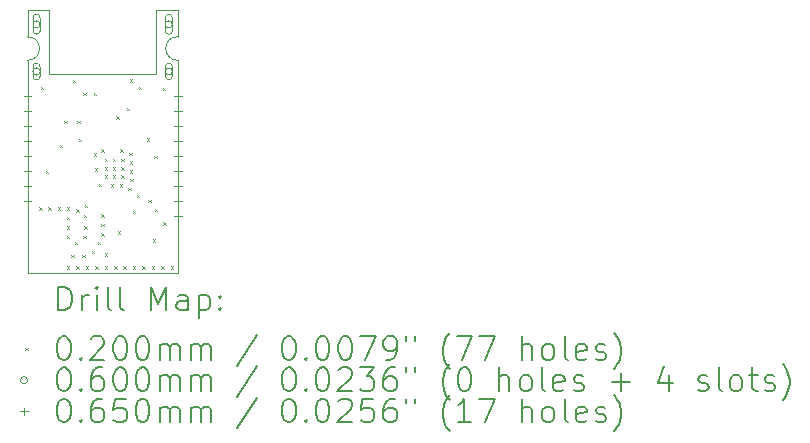
<source format=gbr>
%TF.GenerationSoftware,KiCad,Pcbnew,8.0.4-8.0.4-0~ubuntu24.04.1*%
%TF.CreationDate,2024-08-16T16:11:13+02:00*%
%TF.ProjectId,epi_ESP32 (2023_01_16 13_30_41 UTC),6570695f-4553-4503-9332-202832303233,1_1*%
%TF.SameCoordinates,Original*%
%TF.FileFunction,Drillmap*%
%TF.FilePolarity,Positive*%
%FSLAX45Y45*%
G04 Gerber Fmt 4.5, Leading zero omitted, Abs format (unit mm)*
G04 Created by KiCad (PCBNEW 8.0.4-8.0.4-0~ubuntu24.04.1) date 2024-08-16 16:11:13*
%MOMM*%
%LPD*%
G01*
G04 APERTURE LIST*
%ADD10C,0.010000*%
%ADD11C,0.200000*%
%ADD12C,0.100000*%
G04 APERTURE END LIST*
D10*
X9789000Y-4991850D02*
X9789000Y-5215000D01*
X9789504Y-7220000D02*
X11060000Y-7220000D01*
X9967277Y-5531525D02*
X9966835Y-4991525D01*
X10879946Y-5531850D02*
X9967277Y-5531525D01*
X11059000Y-5415000D02*
G75*
G02*
X11059000Y-5215000I0J100000D01*
G01*
X9789000Y-5215000D02*
G75*
G02*
X9789000Y-5415000I0J-100000D01*
G01*
X10879504Y-4991850D02*
X11059000Y-4991850D01*
X11059000Y-5215000D02*
X11059000Y-4991850D01*
X9789000Y-4991850D02*
X9966835Y-4991525D01*
X10879946Y-5531850D02*
X10879504Y-4991850D01*
X11060000Y-7220000D02*
X11059000Y-5415000D01*
X9789000Y-5415000D02*
X9789504Y-7220000D01*
D11*
D12*
X9887500Y-6660000D02*
X9907500Y-6680000D01*
X9907500Y-6660000D02*
X9887500Y-6680000D01*
X9900000Y-5640000D02*
X9920000Y-5660000D01*
X9920000Y-5640000D02*
X9900000Y-5660000D01*
X9941450Y-6348550D02*
X9961450Y-6368550D01*
X9961450Y-6348550D02*
X9941450Y-6368550D01*
X9965668Y-6660000D02*
X9985668Y-6680000D01*
X9985668Y-6660000D02*
X9965668Y-6680000D01*
X10043836Y-6660000D02*
X10063836Y-6680000D01*
X10063836Y-6660000D02*
X10043836Y-6680000D01*
X10060000Y-6130050D02*
X10080000Y-6150050D01*
X10080000Y-6130050D02*
X10060000Y-6150050D01*
X10098306Y-5927347D02*
X10118306Y-5947347D01*
X10118306Y-5927347D02*
X10098306Y-5947347D01*
X10122000Y-7160000D02*
X10142000Y-7180000D01*
X10142000Y-7160000D02*
X10122000Y-7180000D01*
X10122004Y-6661000D02*
X10142004Y-6681000D01*
X10142004Y-6661000D02*
X10122004Y-6681000D01*
X10122004Y-6740000D02*
X10142004Y-6760000D01*
X10142004Y-6740000D02*
X10122004Y-6760000D01*
X10122004Y-6820000D02*
X10142004Y-6840000D01*
X10142004Y-6820000D02*
X10122004Y-6840000D01*
X10122004Y-6900000D02*
X10142004Y-6920000D01*
X10142004Y-6900000D02*
X10122004Y-6920000D01*
X10160000Y-7064100D02*
X10180000Y-7084100D01*
X10180000Y-7064100D02*
X10160000Y-7084100D01*
X10172004Y-5580000D02*
X10192004Y-5600000D01*
X10192004Y-5580000D02*
X10172004Y-5600000D01*
X10190000Y-6949900D02*
X10210000Y-6969900D01*
X10210000Y-6949900D02*
X10190000Y-6969900D01*
X10200000Y-6677000D02*
X10220000Y-6697000D01*
X10220000Y-6677000D02*
X10200000Y-6697000D01*
X10202000Y-7160000D02*
X10222000Y-7180000D01*
X10222000Y-7160000D02*
X10202000Y-7180000D01*
X10210940Y-5929060D02*
X10230940Y-5949060D01*
X10230940Y-5929060D02*
X10210940Y-5949060D01*
X10219950Y-6080000D02*
X10239950Y-6100000D01*
X10239950Y-6080000D02*
X10219950Y-6100000D01*
X10250689Y-7063147D02*
X10270689Y-7083147D01*
X10270689Y-7063147D02*
X10250689Y-7083147D01*
X10260000Y-6900000D02*
X10280000Y-6920000D01*
X10280000Y-6900000D02*
X10260000Y-6920000D01*
X10262004Y-5690000D02*
X10282004Y-5710000D01*
X10282004Y-5690000D02*
X10262004Y-5710000D01*
X10265854Y-6723991D02*
X10285854Y-6743991D01*
X10285854Y-6723991D02*
X10265854Y-6743991D01*
X10267657Y-6821328D02*
X10287657Y-6841328D01*
X10287657Y-6821328D02*
X10267657Y-6841328D01*
X10272004Y-6640000D02*
X10292004Y-6660000D01*
X10292004Y-6640000D02*
X10272004Y-6660000D01*
X10282000Y-7160000D02*
X10302000Y-7180000D01*
X10302000Y-7160000D02*
X10282000Y-7180000D01*
X10334038Y-7026384D02*
X10354038Y-7046384D01*
X10354038Y-7026384D02*
X10334038Y-7046384D01*
X10346984Y-6203869D02*
X10366984Y-6223869D01*
X10366984Y-6203869D02*
X10346984Y-6223869D01*
X10352004Y-5690000D02*
X10372004Y-5710000D01*
X10372004Y-5690000D02*
X10352004Y-5710000D01*
X10360000Y-6330000D02*
X10380000Y-6350000D01*
X10380000Y-6330000D02*
X10360000Y-6350000D01*
X10362000Y-7160000D02*
X10382000Y-7180000D01*
X10382000Y-7160000D02*
X10362000Y-7180000D01*
X10385779Y-6952373D02*
X10405779Y-6972373D01*
X10405779Y-6952373D02*
X10385779Y-6972373D01*
X10390000Y-6463190D02*
X10410000Y-6483190D01*
X10410000Y-6463190D02*
X10390000Y-6483190D01*
X10413217Y-6168787D02*
X10433217Y-6188787D01*
X10433217Y-6168787D02*
X10413217Y-6188787D01*
X10413408Y-6720000D02*
X10433408Y-6740000D01*
X10433408Y-6720000D02*
X10413408Y-6740000D01*
X10413408Y-6800469D02*
X10433408Y-6820469D01*
X10433408Y-6800469D02*
X10413408Y-6820469D01*
X10413954Y-6880000D02*
X10433954Y-6900000D01*
X10433954Y-6880000D02*
X10413954Y-6900000D01*
X10442000Y-7050000D02*
X10462000Y-7070000D01*
X10462000Y-7050000D02*
X10442000Y-7070000D01*
X10442000Y-7160000D02*
X10462000Y-7180000D01*
X10462000Y-7160000D02*
X10442000Y-7180000D01*
X10442004Y-6250000D02*
X10462004Y-6270000D01*
X10462004Y-6250000D02*
X10442004Y-6270000D01*
X10442004Y-6320000D02*
X10462004Y-6340000D01*
X10462004Y-6320000D02*
X10442004Y-6340000D01*
X10442004Y-6390000D02*
X10462004Y-6410000D01*
X10462004Y-6390000D02*
X10442004Y-6410000D01*
X10495193Y-6464932D02*
X10515193Y-6484932D01*
X10515193Y-6464932D02*
X10495193Y-6484932D01*
X10512004Y-6250000D02*
X10532004Y-6270000D01*
X10532004Y-6250000D02*
X10512004Y-6270000D01*
X10512004Y-6320000D02*
X10532004Y-6340000D01*
X10532004Y-6320000D02*
X10512004Y-6340000D01*
X10512004Y-6390000D02*
X10532004Y-6410000D01*
X10532004Y-6390000D02*
X10512004Y-6410000D01*
X10522000Y-7160000D02*
X10542000Y-7180000D01*
X10542000Y-7160000D02*
X10522000Y-7180000D01*
X10540000Y-5889950D02*
X10560000Y-5909950D01*
X10560000Y-5889950D02*
X10540000Y-5909950D01*
X10550000Y-6862000D02*
X10570000Y-6882000D01*
X10570000Y-6862000D02*
X10550000Y-6882000D01*
X10570102Y-6465010D02*
X10590102Y-6485010D01*
X10590102Y-6465010D02*
X10570102Y-6485010D01*
X10575117Y-6167952D02*
X10595117Y-6187952D01*
X10595117Y-6167952D02*
X10575117Y-6187952D01*
X10582004Y-6250000D02*
X10602004Y-6270000D01*
X10602004Y-6250000D02*
X10582004Y-6270000D01*
X10582004Y-6320000D02*
X10602004Y-6340000D01*
X10602004Y-6320000D02*
X10582004Y-6340000D01*
X10582004Y-6390000D02*
X10602004Y-6410000D01*
X10602004Y-6390000D02*
X10582004Y-6410000D01*
X10599996Y-7160000D02*
X10619996Y-7180000D01*
X10619996Y-7160000D02*
X10599996Y-7180000D01*
X10630000Y-5820000D02*
X10650000Y-5840000D01*
X10650000Y-5820000D02*
X10630000Y-5840000D01*
X10640182Y-6493692D02*
X10660182Y-6513692D01*
X10660182Y-6493692D02*
X10640182Y-6513692D01*
X10650728Y-6196113D02*
X10670728Y-6216113D01*
X10670728Y-6196113D02*
X10650728Y-6216113D01*
X10654000Y-5575500D02*
X10674000Y-5595500D01*
X10674000Y-5575500D02*
X10654000Y-5595500D01*
X10656954Y-6270804D02*
X10676954Y-6290804D01*
X10676954Y-6270804D02*
X10656954Y-6290804D01*
X10656954Y-6345755D02*
X10676954Y-6365755D01*
X10676954Y-6345755D02*
X10656954Y-6365755D01*
X10659428Y-6421255D02*
X10679428Y-6441255D01*
X10679428Y-6421255D02*
X10659428Y-6441255D01*
X10679996Y-7160000D02*
X10699996Y-7180000D01*
X10699996Y-7160000D02*
X10679996Y-7180000D01*
X10682004Y-6690000D02*
X10702004Y-6710000D01*
X10702004Y-6690000D02*
X10682004Y-6710000D01*
X10712004Y-6556677D02*
X10732004Y-6576677D01*
X10732004Y-6556677D02*
X10712004Y-6576677D01*
X10732004Y-5640000D02*
X10752004Y-5660000D01*
X10752004Y-5640000D02*
X10732004Y-5660000D01*
X10759996Y-7160000D02*
X10779996Y-7180000D01*
X10779996Y-7160000D02*
X10759996Y-7180000D01*
X10797060Y-6076848D02*
X10817060Y-6096848D01*
X10817060Y-6076848D02*
X10797060Y-6096848D01*
X10812383Y-6594068D02*
X10832383Y-6614068D01*
X10832383Y-6594068D02*
X10812383Y-6614068D01*
X10839996Y-7160000D02*
X10859996Y-7180000D01*
X10859996Y-7160000D02*
X10839996Y-7180000D01*
X10850000Y-6930000D02*
X10870000Y-6950000D01*
X10870000Y-6930000D02*
X10850000Y-6950000D01*
X10861392Y-6225776D02*
X10881392Y-6245776D01*
X10881392Y-6225776D02*
X10861392Y-6245776D01*
X10864871Y-6672367D02*
X10884871Y-6692367D01*
X10884871Y-6672367D02*
X10864871Y-6692367D01*
X10919996Y-7160000D02*
X10939996Y-7180000D01*
X10939996Y-7160000D02*
X10919996Y-7180000D01*
X10932004Y-5650000D02*
X10952004Y-5670000D01*
X10952004Y-5650000D02*
X10932004Y-5670000D01*
X10937363Y-6786731D02*
X10957363Y-6806731D01*
X10957363Y-6786731D02*
X10937363Y-6806731D01*
X11000000Y-7160000D02*
X11020000Y-7180000D01*
X11020000Y-7160000D02*
X11000000Y-7180000D01*
X9894000Y-5110500D02*
G75*
G02*
X9834000Y-5110500I-30000J0D01*
G01*
X9834000Y-5110500D02*
G75*
G02*
X9894000Y-5110500I30000J0D01*
G01*
X9834000Y-5055500D02*
X9834000Y-5165500D01*
X9894000Y-5165500D02*
G75*
G02*
X9834000Y-5165500I-30000J0D01*
G01*
X9894000Y-5165500D02*
X9894000Y-5055500D01*
X9894000Y-5055500D02*
G75*
G03*
X9834000Y-5055500I-30000J0D01*
G01*
X9894000Y-5510500D02*
G75*
G02*
X9834000Y-5510500I-30000J0D01*
G01*
X9834000Y-5510500D02*
G75*
G02*
X9894000Y-5510500I30000J0D01*
G01*
X9834000Y-5470500D02*
X9834000Y-5550500D01*
X9894000Y-5550500D02*
G75*
G02*
X9834000Y-5550500I-30000J0D01*
G01*
X9894000Y-5550500D02*
X9894000Y-5470500D01*
X9894000Y-5470500D02*
G75*
G03*
X9834000Y-5470500I-30000J0D01*
G01*
X11014000Y-5110500D02*
G75*
G02*
X10954000Y-5110500I-30000J0D01*
G01*
X10954000Y-5110500D02*
G75*
G02*
X11014000Y-5110500I30000J0D01*
G01*
X10954000Y-5055500D02*
X10954000Y-5165500D01*
X11014000Y-5165500D02*
G75*
G02*
X10954000Y-5165500I-30000J0D01*
G01*
X11014000Y-5165500D02*
X11014000Y-5055500D01*
X11014000Y-5055500D02*
G75*
G03*
X10954000Y-5055500I-30000J0D01*
G01*
X11014000Y-5510500D02*
G75*
G02*
X10954000Y-5510500I-30000J0D01*
G01*
X10954000Y-5510500D02*
G75*
G02*
X11014000Y-5510500I30000J0D01*
G01*
X10954000Y-5470500D02*
X10954000Y-5550500D01*
X11014000Y-5550500D02*
G75*
G02*
X10954000Y-5550500I-30000J0D01*
G01*
X11014000Y-5550500D02*
X11014000Y-5470500D01*
X11014000Y-5470500D02*
G75*
G03*
X10954000Y-5470500I-30000J0D01*
G01*
X9789252Y-5682500D02*
X9789252Y-5747500D01*
X9756752Y-5715000D02*
X9821752Y-5715000D01*
X9789252Y-5809500D02*
X9789252Y-5874500D01*
X9756752Y-5842000D02*
X9821752Y-5842000D01*
X9789252Y-5936500D02*
X9789252Y-6001500D01*
X9756752Y-5969000D02*
X9821752Y-5969000D01*
X9789252Y-6063500D02*
X9789252Y-6128500D01*
X9756752Y-6096000D02*
X9821752Y-6096000D01*
X9789252Y-6190500D02*
X9789252Y-6255500D01*
X9756752Y-6223000D02*
X9821752Y-6223000D01*
X9789252Y-6317500D02*
X9789252Y-6382500D01*
X9756752Y-6350000D02*
X9821752Y-6350000D01*
X9789252Y-6444500D02*
X9789252Y-6509500D01*
X9756752Y-6477000D02*
X9821752Y-6477000D01*
X9789252Y-6571500D02*
X9789252Y-6636500D01*
X9756752Y-6604000D02*
X9821752Y-6604000D01*
X11060000Y-5682500D02*
X11060000Y-5747500D01*
X11027500Y-5715000D02*
X11092500Y-5715000D01*
X11060000Y-5809500D02*
X11060000Y-5874500D01*
X11027500Y-5842000D02*
X11092500Y-5842000D01*
X11060000Y-5936500D02*
X11060000Y-6001500D01*
X11027500Y-5969000D02*
X11092500Y-5969000D01*
X11060000Y-6063500D02*
X11060000Y-6128500D01*
X11027500Y-6096000D02*
X11092500Y-6096000D01*
X11060000Y-6190500D02*
X11060000Y-6255500D01*
X11027500Y-6223000D02*
X11092500Y-6223000D01*
X11060000Y-6317500D02*
X11060000Y-6382500D01*
X11027500Y-6350000D02*
X11092500Y-6350000D01*
X11060000Y-6444500D02*
X11060000Y-6509500D01*
X11027500Y-6477000D02*
X11092500Y-6477000D01*
X11060000Y-6571500D02*
X11060000Y-6636500D01*
X11027500Y-6604000D02*
X11092500Y-6604000D01*
X11060000Y-6698500D02*
X11060000Y-6763500D01*
X11027500Y-6731000D02*
X11092500Y-6731000D01*
D11*
X10049277Y-7531984D02*
X10049277Y-7331984D01*
X10049277Y-7331984D02*
X10096896Y-7331984D01*
X10096896Y-7331984D02*
X10125467Y-7341508D01*
X10125467Y-7341508D02*
X10144515Y-7360555D01*
X10144515Y-7360555D02*
X10154039Y-7379603D01*
X10154039Y-7379603D02*
X10163563Y-7417698D01*
X10163563Y-7417698D02*
X10163563Y-7446269D01*
X10163563Y-7446269D02*
X10154039Y-7484365D01*
X10154039Y-7484365D02*
X10144515Y-7503412D01*
X10144515Y-7503412D02*
X10125467Y-7522460D01*
X10125467Y-7522460D02*
X10096896Y-7531984D01*
X10096896Y-7531984D02*
X10049277Y-7531984D01*
X10249277Y-7531984D02*
X10249277Y-7398650D01*
X10249277Y-7436746D02*
X10258801Y-7417698D01*
X10258801Y-7417698D02*
X10268324Y-7408174D01*
X10268324Y-7408174D02*
X10287372Y-7398650D01*
X10287372Y-7398650D02*
X10306420Y-7398650D01*
X10373086Y-7531984D02*
X10373086Y-7398650D01*
X10373086Y-7331984D02*
X10363563Y-7341508D01*
X10363563Y-7341508D02*
X10373086Y-7351031D01*
X10373086Y-7351031D02*
X10382610Y-7341508D01*
X10382610Y-7341508D02*
X10373086Y-7331984D01*
X10373086Y-7331984D02*
X10373086Y-7351031D01*
X10496896Y-7531984D02*
X10477848Y-7522460D01*
X10477848Y-7522460D02*
X10468324Y-7503412D01*
X10468324Y-7503412D02*
X10468324Y-7331984D01*
X10601658Y-7531984D02*
X10582610Y-7522460D01*
X10582610Y-7522460D02*
X10573086Y-7503412D01*
X10573086Y-7503412D02*
X10573086Y-7331984D01*
X10830229Y-7531984D02*
X10830229Y-7331984D01*
X10830229Y-7331984D02*
X10896896Y-7474841D01*
X10896896Y-7474841D02*
X10963563Y-7331984D01*
X10963563Y-7331984D02*
X10963563Y-7531984D01*
X11144515Y-7531984D02*
X11144515Y-7427222D01*
X11144515Y-7427222D02*
X11134991Y-7408174D01*
X11134991Y-7408174D02*
X11115944Y-7398650D01*
X11115944Y-7398650D02*
X11077848Y-7398650D01*
X11077848Y-7398650D02*
X11058801Y-7408174D01*
X11144515Y-7522460D02*
X11125467Y-7531984D01*
X11125467Y-7531984D02*
X11077848Y-7531984D01*
X11077848Y-7531984D02*
X11058801Y-7522460D01*
X11058801Y-7522460D02*
X11049277Y-7503412D01*
X11049277Y-7503412D02*
X11049277Y-7484365D01*
X11049277Y-7484365D02*
X11058801Y-7465317D01*
X11058801Y-7465317D02*
X11077848Y-7455793D01*
X11077848Y-7455793D02*
X11125467Y-7455793D01*
X11125467Y-7455793D02*
X11144515Y-7446269D01*
X11239753Y-7398650D02*
X11239753Y-7598650D01*
X11239753Y-7408174D02*
X11258801Y-7398650D01*
X11258801Y-7398650D02*
X11296896Y-7398650D01*
X11296896Y-7398650D02*
X11315943Y-7408174D01*
X11315943Y-7408174D02*
X11325467Y-7417698D01*
X11325467Y-7417698D02*
X11334991Y-7436746D01*
X11334991Y-7436746D02*
X11334991Y-7493888D01*
X11334991Y-7493888D02*
X11325467Y-7512936D01*
X11325467Y-7512936D02*
X11315943Y-7522460D01*
X11315943Y-7522460D02*
X11296896Y-7531984D01*
X11296896Y-7531984D02*
X11258801Y-7531984D01*
X11258801Y-7531984D02*
X11239753Y-7522460D01*
X11420705Y-7512936D02*
X11430229Y-7522460D01*
X11430229Y-7522460D02*
X11420705Y-7531984D01*
X11420705Y-7531984D02*
X11411182Y-7522460D01*
X11411182Y-7522460D02*
X11420705Y-7512936D01*
X11420705Y-7512936D02*
X11420705Y-7531984D01*
X11420705Y-7408174D02*
X11430229Y-7417698D01*
X11430229Y-7417698D02*
X11420705Y-7427222D01*
X11420705Y-7427222D02*
X11411182Y-7417698D01*
X11411182Y-7417698D02*
X11420705Y-7408174D01*
X11420705Y-7408174D02*
X11420705Y-7427222D01*
D12*
X9768500Y-7850500D02*
X9788500Y-7870500D01*
X9788500Y-7850500D02*
X9768500Y-7870500D01*
D11*
X10087372Y-7751984D02*
X10106420Y-7751984D01*
X10106420Y-7751984D02*
X10125467Y-7761508D01*
X10125467Y-7761508D02*
X10134991Y-7771031D01*
X10134991Y-7771031D02*
X10144515Y-7790079D01*
X10144515Y-7790079D02*
X10154039Y-7828174D01*
X10154039Y-7828174D02*
X10154039Y-7875793D01*
X10154039Y-7875793D02*
X10144515Y-7913888D01*
X10144515Y-7913888D02*
X10134991Y-7932936D01*
X10134991Y-7932936D02*
X10125467Y-7942460D01*
X10125467Y-7942460D02*
X10106420Y-7951984D01*
X10106420Y-7951984D02*
X10087372Y-7951984D01*
X10087372Y-7951984D02*
X10068324Y-7942460D01*
X10068324Y-7942460D02*
X10058801Y-7932936D01*
X10058801Y-7932936D02*
X10049277Y-7913888D01*
X10049277Y-7913888D02*
X10039753Y-7875793D01*
X10039753Y-7875793D02*
X10039753Y-7828174D01*
X10039753Y-7828174D02*
X10049277Y-7790079D01*
X10049277Y-7790079D02*
X10058801Y-7771031D01*
X10058801Y-7771031D02*
X10068324Y-7761508D01*
X10068324Y-7761508D02*
X10087372Y-7751984D01*
X10239753Y-7932936D02*
X10249277Y-7942460D01*
X10249277Y-7942460D02*
X10239753Y-7951984D01*
X10239753Y-7951984D02*
X10230229Y-7942460D01*
X10230229Y-7942460D02*
X10239753Y-7932936D01*
X10239753Y-7932936D02*
X10239753Y-7951984D01*
X10325467Y-7771031D02*
X10334991Y-7761508D01*
X10334991Y-7761508D02*
X10354039Y-7751984D01*
X10354039Y-7751984D02*
X10401658Y-7751984D01*
X10401658Y-7751984D02*
X10420705Y-7761508D01*
X10420705Y-7761508D02*
X10430229Y-7771031D01*
X10430229Y-7771031D02*
X10439753Y-7790079D01*
X10439753Y-7790079D02*
X10439753Y-7809127D01*
X10439753Y-7809127D02*
X10430229Y-7837698D01*
X10430229Y-7837698D02*
X10315944Y-7951984D01*
X10315944Y-7951984D02*
X10439753Y-7951984D01*
X10563563Y-7751984D02*
X10582610Y-7751984D01*
X10582610Y-7751984D02*
X10601658Y-7761508D01*
X10601658Y-7761508D02*
X10611182Y-7771031D01*
X10611182Y-7771031D02*
X10620705Y-7790079D01*
X10620705Y-7790079D02*
X10630229Y-7828174D01*
X10630229Y-7828174D02*
X10630229Y-7875793D01*
X10630229Y-7875793D02*
X10620705Y-7913888D01*
X10620705Y-7913888D02*
X10611182Y-7932936D01*
X10611182Y-7932936D02*
X10601658Y-7942460D01*
X10601658Y-7942460D02*
X10582610Y-7951984D01*
X10582610Y-7951984D02*
X10563563Y-7951984D01*
X10563563Y-7951984D02*
X10544515Y-7942460D01*
X10544515Y-7942460D02*
X10534991Y-7932936D01*
X10534991Y-7932936D02*
X10525467Y-7913888D01*
X10525467Y-7913888D02*
X10515944Y-7875793D01*
X10515944Y-7875793D02*
X10515944Y-7828174D01*
X10515944Y-7828174D02*
X10525467Y-7790079D01*
X10525467Y-7790079D02*
X10534991Y-7771031D01*
X10534991Y-7771031D02*
X10544515Y-7761508D01*
X10544515Y-7761508D02*
X10563563Y-7751984D01*
X10754039Y-7751984D02*
X10773086Y-7751984D01*
X10773086Y-7751984D02*
X10792134Y-7761508D01*
X10792134Y-7761508D02*
X10801658Y-7771031D01*
X10801658Y-7771031D02*
X10811182Y-7790079D01*
X10811182Y-7790079D02*
X10820705Y-7828174D01*
X10820705Y-7828174D02*
X10820705Y-7875793D01*
X10820705Y-7875793D02*
X10811182Y-7913888D01*
X10811182Y-7913888D02*
X10801658Y-7932936D01*
X10801658Y-7932936D02*
X10792134Y-7942460D01*
X10792134Y-7942460D02*
X10773086Y-7951984D01*
X10773086Y-7951984D02*
X10754039Y-7951984D01*
X10754039Y-7951984D02*
X10734991Y-7942460D01*
X10734991Y-7942460D02*
X10725467Y-7932936D01*
X10725467Y-7932936D02*
X10715944Y-7913888D01*
X10715944Y-7913888D02*
X10706420Y-7875793D01*
X10706420Y-7875793D02*
X10706420Y-7828174D01*
X10706420Y-7828174D02*
X10715944Y-7790079D01*
X10715944Y-7790079D02*
X10725467Y-7771031D01*
X10725467Y-7771031D02*
X10734991Y-7761508D01*
X10734991Y-7761508D02*
X10754039Y-7751984D01*
X10906420Y-7951984D02*
X10906420Y-7818650D01*
X10906420Y-7837698D02*
X10915944Y-7828174D01*
X10915944Y-7828174D02*
X10934991Y-7818650D01*
X10934991Y-7818650D02*
X10963563Y-7818650D01*
X10963563Y-7818650D02*
X10982610Y-7828174D01*
X10982610Y-7828174D02*
X10992134Y-7847222D01*
X10992134Y-7847222D02*
X10992134Y-7951984D01*
X10992134Y-7847222D02*
X11001658Y-7828174D01*
X11001658Y-7828174D02*
X11020705Y-7818650D01*
X11020705Y-7818650D02*
X11049277Y-7818650D01*
X11049277Y-7818650D02*
X11068325Y-7828174D01*
X11068325Y-7828174D02*
X11077848Y-7847222D01*
X11077848Y-7847222D02*
X11077848Y-7951984D01*
X11173086Y-7951984D02*
X11173086Y-7818650D01*
X11173086Y-7837698D02*
X11182610Y-7828174D01*
X11182610Y-7828174D02*
X11201658Y-7818650D01*
X11201658Y-7818650D02*
X11230229Y-7818650D01*
X11230229Y-7818650D02*
X11249277Y-7828174D01*
X11249277Y-7828174D02*
X11258801Y-7847222D01*
X11258801Y-7847222D02*
X11258801Y-7951984D01*
X11258801Y-7847222D02*
X11268324Y-7828174D01*
X11268324Y-7828174D02*
X11287372Y-7818650D01*
X11287372Y-7818650D02*
X11315943Y-7818650D01*
X11315943Y-7818650D02*
X11334991Y-7828174D01*
X11334991Y-7828174D02*
X11344515Y-7847222D01*
X11344515Y-7847222D02*
X11344515Y-7951984D01*
X11734991Y-7742460D02*
X11563563Y-7999603D01*
X11992134Y-7751984D02*
X12011182Y-7751984D01*
X12011182Y-7751984D02*
X12030229Y-7761508D01*
X12030229Y-7761508D02*
X12039753Y-7771031D01*
X12039753Y-7771031D02*
X12049277Y-7790079D01*
X12049277Y-7790079D02*
X12058801Y-7828174D01*
X12058801Y-7828174D02*
X12058801Y-7875793D01*
X12058801Y-7875793D02*
X12049277Y-7913888D01*
X12049277Y-7913888D02*
X12039753Y-7932936D01*
X12039753Y-7932936D02*
X12030229Y-7942460D01*
X12030229Y-7942460D02*
X12011182Y-7951984D01*
X12011182Y-7951984D02*
X11992134Y-7951984D01*
X11992134Y-7951984D02*
X11973086Y-7942460D01*
X11973086Y-7942460D02*
X11963563Y-7932936D01*
X11963563Y-7932936D02*
X11954039Y-7913888D01*
X11954039Y-7913888D02*
X11944515Y-7875793D01*
X11944515Y-7875793D02*
X11944515Y-7828174D01*
X11944515Y-7828174D02*
X11954039Y-7790079D01*
X11954039Y-7790079D02*
X11963563Y-7771031D01*
X11963563Y-7771031D02*
X11973086Y-7761508D01*
X11973086Y-7761508D02*
X11992134Y-7751984D01*
X12144515Y-7932936D02*
X12154039Y-7942460D01*
X12154039Y-7942460D02*
X12144515Y-7951984D01*
X12144515Y-7951984D02*
X12134991Y-7942460D01*
X12134991Y-7942460D02*
X12144515Y-7932936D01*
X12144515Y-7932936D02*
X12144515Y-7951984D01*
X12277848Y-7751984D02*
X12296896Y-7751984D01*
X12296896Y-7751984D02*
X12315944Y-7761508D01*
X12315944Y-7761508D02*
X12325467Y-7771031D01*
X12325467Y-7771031D02*
X12334991Y-7790079D01*
X12334991Y-7790079D02*
X12344515Y-7828174D01*
X12344515Y-7828174D02*
X12344515Y-7875793D01*
X12344515Y-7875793D02*
X12334991Y-7913888D01*
X12334991Y-7913888D02*
X12325467Y-7932936D01*
X12325467Y-7932936D02*
X12315944Y-7942460D01*
X12315944Y-7942460D02*
X12296896Y-7951984D01*
X12296896Y-7951984D02*
X12277848Y-7951984D01*
X12277848Y-7951984D02*
X12258801Y-7942460D01*
X12258801Y-7942460D02*
X12249277Y-7932936D01*
X12249277Y-7932936D02*
X12239753Y-7913888D01*
X12239753Y-7913888D02*
X12230229Y-7875793D01*
X12230229Y-7875793D02*
X12230229Y-7828174D01*
X12230229Y-7828174D02*
X12239753Y-7790079D01*
X12239753Y-7790079D02*
X12249277Y-7771031D01*
X12249277Y-7771031D02*
X12258801Y-7761508D01*
X12258801Y-7761508D02*
X12277848Y-7751984D01*
X12468325Y-7751984D02*
X12487372Y-7751984D01*
X12487372Y-7751984D02*
X12506420Y-7761508D01*
X12506420Y-7761508D02*
X12515944Y-7771031D01*
X12515944Y-7771031D02*
X12525467Y-7790079D01*
X12525467Y-7790079D02*
X12534991Y-7828174D01*
X12534991Y-7828174D02*
X12534991Y-7875793D01*
X12534991Y-7875793D02*
X12525467Y-7913888D01*
X12525467Y-7913888D02*
X12515944Y-7932936D01*
X12515944Y-7932936D02*
X12506420Y-7942460D01*
X12506420Y-7942460D02*
X12487372Y-7951984D01*
X12487372Y-7951984D02*
X12468325Y-7951984D01*
X12468325Y-7951984D02*
X12449277Y-7942460D01*
X12449277Y-7942460D02*
X12439753Y-7932936D01*
X12439753Y-7932936D02*
X12430229Y-7913888D01*
X12430229Y-7913888D02*
X12420706Y-7875793D01*
X12420706Y-7875793D02*
X12420706Y-7828174D01*
X12420706Y-7828174D02*
X12430229Y-7790079D01*
X12430229Y-7790079D02*
X12439753Y-7771031D01*
X12439753Y-7771031D02*
X12449277Y-7761508D01*
X12449277Y-7761508D02*
X12468325Y-7751984D01*
X12601658Y-7751984D02*
X12734991Y-7751984D01*
X12734991Y-7751984D02*
X12649277Y-7951984D01*
X12820706Y-7951984D02*
X12858801Y-7951984D01*
X12858801Y-7951984D02*
X12877848Y-7942460D01*
X12877848Y-7942460D02*
X12887372Y-7932936D01*
X12887372Y-7932936D02*
X12906420Y-7904365D01*
X12906420Y-7904365D02*
X12915944Y-7866269D01*
X12915944Y-7866269D02*
X12915944Y-7790079D01*
X12915944Y-7790079D02*
X12906420Y-7771031D01*
X12906420Y-7771031D02*
X12896896Y-7761508D01*
X12896896Y-7761508D02*
X12877848Y-7751984D01*
X12877848Y-7751984D02*
X12839753Y-7751984D01*
X12839753Y-7751984D02*
X12820706Y-7761508D01*
X12820706Y-7761508D02*
X12811182Y-7771031D01*
X12811182Y-7771031D02*
X12801658Y-7790079D01*
X12801658Y-7790079D02*
X12801658Y-7837698D01*
X12801658Y-7837698D02*
X12811182Y-7856746D01*
X12811182Y-7856746D02*
X12820706Y-7866269D01*
X12820706Y-7866269D02*
X12839753Y-7875793D01*
X12839753Y-7875793D02*
X12877848Y-7875793D01*
X12877848Y-7875793D02*
X12896896Y-7866269D01*
X12896896Y-7866269D02*
X12906420Y-7856746D01*
X12906420Y-7856746D02*
X12915944Y-7837698D01*
X12992134Y-7751984D02*
X12992134Y-7790079D01*
X13068325Y-7751984D02*
X13068325Y-7790079D01*
X13363563Y-8028174D02*
X13354039Y-8018650D01*
X13354039Y-8018650D02*
X13334991Y-7990079D01*
X13334991Y-7990079D02*
X13325468Y-7971031D01*
X13325468Y-7971031D02*
X13315944Y-7942460D01*
X13315944Y-7942460D02*
X13306420Y-7894841D01*
X13306420Y-7894841D02*
X13306420Y-7856746D01*
X13306420Y-7856746D02*
X13315944Y-7809127D01*
X13315944Y-7809127D02*
X13325468Y-7780555D01*
X13325468Y-7780555D02*
X13334991Y-7761508D01*
X13334991Y-7761508D02*
X13354039Y-7732936D01*
X13354039Y-7732936D02*
X13363563Y-7723412D01*
X13420706Y-7751984D02*
X13554039Y-7751984D01*
X13554039Y-7751984D02*
X13468325Y-7951984D01*
X13611182Y-7751984D02*
X13744515Y-7751984D01*
X13744515Y-7751984D02*
X13658801Y-7951984D01*
X13973087Y-7951984D02*
X13973087Y-7751984D01*
X14058801Y-7951984D02*
X14058801Y-7847222D01*
X14058801Y-7847222D02*
X14049277Y-7828174D01*
X14049277Y-7828174D02*
X14030230Y-7818650D01*
X14030230Y-7818650D02*
X14001658Y-7818650D01*
X14001658Y-7818650D02*
X13982610Y-7828174D01*
X13982610Y-7828174D02*
X13973087Y-7837698D01*
X14182610Y-7951984D02*
X14163563Y-7942460D01*
X14163563Y-7942460D02*
X14154039Y-7932936D01*
X14154039Y-7932936D02*
X14144515Y-7913888D01*
X14144515Y-7913888D02*
X14144515Y-7856746D01*
X14144515Y-7856746D02*
X14154039Y-7837698D01*
X14154039Y-7837698D02*
X14163563Y-7828174D01*
X14163563Y-7828174D02*
X14182610Y-7818650D01*
X14182610Y-7818650D02*
X14211182Y-7818650D01*
X14211182Y-7818650D02*
X14230230Y-7828174D01*
X14230230Y-7828174D02*
X14239753Y-7837698D01*
X14239753Y-7837698D02*
X14249277Y-7856746D01*
X14249277Y-7856746D02*
X14249277Y-7913888D01*
X14249277Y-7913888D02*
X14239753Y-7932936D01*
X14239753Y-7932936D02*
X14230230Y-7942460D01*
X14230230Y-7942460D02*
X14211182Y-7951984D01*
X14211182Y-7951984D02*
X14182610Y-7951984D01*
X14363563Y-7951984D02*
X14344515Y-7942460D01*
X14344515Y-7942460D02*
X14334991Y-7923412D01*
X14334991Y-7923412D02*
X14334991Y-7751984D01*
X14515944Y-7942460D02*
X14496896Y-7951984D01*
X14496896Y-7951984D02*
X14458801Y-7951984D01*
X14458801Y-7951984D02*
X14439753Y-7942460D01*
X14439753Y-7942460D02*
X14430230Y-7923412D01*
X14430230Y-7923412D02*
X14430230Y-7847222D01*
X14430230Y-7847222D02*
X14439753Y-7828174D01*
X14439753Y-7828174D02*
X14458801Y-7818650D01*
X14458801Y-7818650D02*
X14496896Y-7818650D01*
X14496896Y-7818650D02*
X14515944Y-7828174D01*
X14515944Y-7828174D02*
X14525468Y-7847222D01*
X14525468Y-7847222D02*
X14525468Y-7866269D01*
X14525468Y-7866269D02*
X14430230Y-7885317D01*
X14601658Y-7942460D02*
X14620706Y-7951984D01*
X14620706Y-7951984D02*
X14658801Y-7951984D01*
X14658801Y-7951984D02*
X14677849Y-7942460D01*
X14677849Y-7942460D02*
X14687372Y-7923412D01*
X14687372Y-7923412D02*
X14687372Y-7913888D01*
X14687372Y-7913888D02*
X14677849Y-7894841D01*
X14677849Y-7894841D02*
X14658801Y-7885317D01*
X14658801Y-7885317D02*
X14630230Y-7885317D01*
X14630230Y-7885317D02*
X14611182Y-7875793D01*
X14611182Y-7875793D02*
X14601658Y-7856746D01*
X14601658Y-7856746D02*
X14601658Y-7847222D01*
X14601658Y-7847222D02*
X14611182Y-7828174D01*
X14611182Y-7828174D02*
X14630230Y-7818650D01*
X14630230Y-7818650D02*
X14658801Y-7818650D01*
X14658801Y-7818650D02*
X14677849Y-7828174D01*
X14754039Y-8028174D02*
X14763563Y-8018650D01*
X14763563Y-8018650D02*
X14782611Y-7990079D01*
X14782611Y-7990079D02*
X14792134Y-7971031D01*
X14792134Y-7971031D02*
X14801658Y-7942460D01*
X14801658Y-7942460D02*
X14811182Y-7894841D01*
X14811182Y-7894841D02*
X14811182Y-7856746D01*
X14811182Y-7856746D02*
X14801658Y-7809127D01*
X14801658Y-7809127D02*
X14792134Y-7780555D01*
X14792134Y-7780555D02*
X14782611Y-7761508D01*
X14782611Y-7761508D02*
X14763563Y-7732936D01*
X14763563Y-7732936D02*
X14754039Y-7723412D01*
D12*
X9788500Y-8124500D02*
G75*
G02*
X9728500Y-8124500I-30000J0D01*
G01*
X9728500Y-8124500D02*
G75*
G02*
X9788500Y-8124500I30000J0D01*
G01*
D11*
X10087372Y-8015984D02*
X10106420Y-8015984D01*
X10106420Y-8015984D02*
X10125467Y-8025508D01*
X10125467Y-8025508D02*
X10134991Y-8035031D01*
X10134991Y-8035031D02*
X10144515Y-8054079D01*
X10144515Y-8054079D02*
X10154039Y-8092174D01*
X10154039Y-8092174D02*
X10154039Y-8139793D01*
X10154039Y-8139793D02*
X10144515Y-8177888D01*
X10144515Y-8177888D02*
X10134991Y-8196936D01*
X10134991Y-8196936D02*
X10125467Y-8206460D01*
X10125467Y-8206460D02*
X10106420Y-8215984D01*
X10106420Y-8215984D02*
X10087372Y-8215984D01*
X10087372Y-8215984D02*
X10068324Y-8206460D01*
X10068324Y-8206460D02*
X10058801Y-8196936D01*
X10058801Y-8196936D02*
X10049277Y-8177888D01*
X10049277Y-8177888D02*
X10039753Y-8139793D01*
X10039753Y-8139793D02*
X10039753Y-8092174D01*
X10039753Y-8092174D02*
X10049277Y-8054079D01*
X10049277Y-8054079D02*
X10058801Y-8035031D01*
X10058801Y-8035031D02*
X10068324Y-8025508D01*
X10068324Y-8025508D02*
X10087372Y-8015984D01*
X10239753Y-8196936D02*
X10249277Y-8206460D01*
X10249277Y-8206460D02*
X10239753Y-8215984D01*
X10239753Y-8215984D02*
X10230229Y-8206460D01*
X10230229Y-8206460D02*
X10239753Y-8196936D01*
X10239753Y-8196936D02*
X10239753Y-8215984D01*
X10420705Y-8015984D02*
X10382610Y-8015984D01*
X10382610Y-8015984D02*
X10363563Y-8025508D01*
X10363563Y-8025508D02*
X10354039Y-8035031D01*
X10354039Y-8035031D02*
X10334991Y-8063603D01*
X10334991Y-8063603D02*
X10325467Y-8101698D01*
X10325467Y-8101698D02*
X10325467Y-8177888D01*
X10325467Y-8177888D02*
X10334991Y-8196936D01*
X10334991Y-8196936D02*
X10344515Y-8206460D01*
X10344515Y-8206460D02*
X10363563Y-8215984D01*
X10363563Y-8215984D02*
X10401658Y-8215984D01*
X10401658Y-8215984D02*
X10420705Y-8206460D01*
X10420705Y-8206460D02*
X10430229Y-8196936D01*
X10430229Y-8196936D02*
X10439753Y-8177888D01*
X10439753Y-8177888D02*
X10439753Y-8130269D01*
X10439753Y-8130269D02*
X10430229Y-8111222D01*
X10430229Y-8111222D02*
X10420705Y-8101698D01*
X10420705Y-8101698D02*
X10401658Y-8092174D01*
X10401658Y-8092174D02*
X10363563Y-8092174D01*
X10363563Y-8092174D02*
X10344515Y-8101698D01*
X10344515Y-8101698D02*
X10334991Y-8111222D01*
X10334991Y-8111222D02*
X10325467Y-8130269D01*
X10563563Y-8015984D02*
X10582610Y-8015984D01*
X10582610Y-8015984D02*
X10601658Y-8025508D01*
X10601658Y-8025508D02*
X10611182Y-8035031D01*
X10611182Y-8035031D02*
X10620705Y-8054079D01*
X10620705Y-8054079D02*
X10630229Y-8092174D01*
X10630229Y-8092174D02*
X10630229Y-8139793D01*
X10630229Y-8139793D02*
X10620705Y-8177888D01*
X10620705Y-8177888D02*
X10611182Y-8196936D01*
X10611182Y-8196936D02*
X10601658Y-8206460D01*
X10601658Y-8206460D02*
X10582610Y-8215984D01*
X10582610Y-8215984D02*
X10563563Y-8215984D01*
X10563563Y-8215984D02*
X10544515Y-8206460D01*
X10544515Y-8206460D02*
X10534991Y-8196936D01*
X10534991Y-8196936D02*
X10525467Y-8177888D01*
X10525467Y-8177888D02*
X10515944Y-8139793D01*
X10515944Y-8139793D02*
X10515944Y-8092174D01*
X10515944Y-8092174D02*
X10525467Y-8054079D01*
X10525467Y-8054079D02*
X10534991Y-8035031D01*
X10534991Y-8035031D02*
X10544515Y-8025508D01*
X10544515Y-8025508D02*
X10563563Y-8015984D01*
X10754039Y-8015984D02*
X10773086Y-8015984D01*
X10773086Y-8015984D02*
X10792134Y-8025508D01*
X10792134Y-8025508D02*
X10801658Y-8035031D01*
X10801658Y-8035031D02*
X10811182Y-8054079D01*
X10811182Y-8054079D02*
X10820705Y-8092174D01*
X10820705Y-8092174D02*
X10820705Y-8139793D01*
X10820705Y-8139793D02*
X10811182Y-8177888D01*
X10811182Y-8177888D02*
X10801658Y-8196936D01*
X10801658Y-8196936D02*
X10792134Y-8206460D01*
X10792134Y-8206460D02*
X10773086Y-8215984D01*
X10773086Y-8215984D02*
X10754039Y-8215984D01*
X10754039Y-8215984D02*
X10734991Y-8206460D01*
X10734991Y-8206460D02*
X10725467Y-8196936D01*
X10725467Y-8196936D02*
X10715944Y-8177888D01*
X10715944Y-8177888D02*
X10706420Y-8139793D01*
X10706420Y-8139793D02*
X10706420Y-8092174D01*
X10706420Y-8092174D02*
X10715944Y-8054079D01*
X10715944Y-8054079D02*
X10725467Y-8035031D01*
X10725467Y-8035031D02*
X10734991Y-8025508D01*
X10734991Y-8025508D02*
X10754039Y-8015984D01*
X10906420Y-8215984D02*
X10906420Y-8082650D01*
X10906420Y-8101698D02*
X10915944Y-8092174D01*
X10915944Y-8092174D02*
X10934991Y-8082650D01*
X10934991Y-8082650D02*
X10963563Y-8082650D01*
X10963563Y-8082650D02*
X10982610Y-8092174D01*
X10982610Y-8092174D02*
X10992134Y-8111222D01*
X10992134Y-8111222D02*
X10992134Y-8215984D01*
X10992134Y-8111222D02*
X11001658Y-8092174D01*
X11001658Y-8092174D02*
X11020705Y-8082650D01*
X11020705Y-8082650D02*
X11049277Y-8082650D01*
X11049277Y-8082650D02*
X11068325Y-8092174D01*
X11068325Y-8092174D02*
X11077848Y-8111222D01*
X11077848Y-8111222D02*
X11077848Y-8215984D01*
X11173086Y-8215984D02*
X11173086Y-8082650D01*
X11173086Y-8101698D02*
X11182610Y-8092174D01*
X11182610Y-8092174D02*
X11201658Y-8082650D01*
X11201658Y-8082650D02*
X11230229Y-8082650D01*
X11230229Y-8082650D02*
X11249277Y-8092174D01*
X11249277Y-8092174D02*
X11258801Y-8111222D01*
X11258801Y-8111222D02*
X11258801Y-8215984D01*
X11258801Y-8111222D02*
X11268324Y-8092174D01*
X11268324Y-8092174D02*
X11287372Y-8082650D01*
X11287372Y-8082650D02*
X11315943Y-8082650D01*
X11315943Y-8082650D02*
X11334991Y-8092174D01*
X11334991Y-8092174D02*
X11344515Y-8111222D01*
X11344515Y-8111222D02*
X11344515Y-8215984D01*
X11734991Y-8006460D02*
X11563563Y-8263603D01*
X11992134Y-8015984D02*
X12011182Y-8015984D01*
X12011182Y-8015984D02*
X12030229Y-8025508D01*
X12030229Y-8025508D02*
X12039753Y-8035031D01*
X12039753Y-8035031D02*
X12049277Y-8054079D01*
X12049277Y-8054079D02*
X12058801Y-8092174D01*
X12058801Y-8092174D02*
X12058801Y-8139793D01*
X12058801Y-8139793D02*
X12049277Y-8177888D01*
X12049277Y-8177888D02*
X12039753Y-8196936D01*
X12039753Y-8196936D02*
X12030229Y-8206460D01*
X12030229Y-8206460D02*
X12011182Y-8215984D01*
X12011182Y-8215984D02*
X11992134Y-8215984D01*
X11992134Y-8215984D02*
X11973086Y-8206460D01*
X11973086Y-8206460D02*
X11963563Y-8196936D01*
X11963563Y-8196936D02*
X11954039Y-8177888D01*
X11954039Y-8177888D02*
X11944515Y-8139793D01*
X11944515Y-8139793D02*
X11944515Y-8092174D01*
X11944515Y-8092174D02*
X11954039Y-8054079D01*
X11954039Y-8054079D02*
X11963563Y-8035031D01*
X11963563Y-8035031D02*
X11973086Y-8025508D01*
X11973086Y-8025508D02*
X11992134Y-8015984D01*
X12144515Y-8196936D02*
X12154039Y-8206460D01*
X12154039Y-8206460D02*
X12144515Y-8215984D01*
X12144515Y-8215984D02*
X12134991Y-8206460D01*
X12134991Y-8206460D02*
X12144515Y-8196936D01*
X12144515Y-8196936D02*
X12144515Y-8215984D01*
X12277848Y-8015984D02*
X12296896Y-8015984D01*
X12296896Y-8015984D02*
X12315944Y-8025508D01*
X12315944Y-8025508D02*
X12325467Y-8035031D01*
X12325467Y-8035031D02*
X12334991Y-8054079D01*
X12334991Y-8054079D02*
X12344515Y-8092174D01*
X12344515Y-8092174D02*
X12344515Y-8139793D01*
X12344515Y-8139793D02*
X12334991Y-8177888D01*
X12334991Y-8177888D02*
X12325467Y-8196936D01*
X12325467Y-8196936D02*
X12315944Y-8206460D01*
X12315944Y-8206460D02*
X12296896Y-8215984D01*
X12296896Y-8215984D02*
X12277848Y-8215984D01*
X12277848Y-8215984D02*
X12258801Y-8206460D01*
X12258801Y-8206460D02*
X12249277Y-8196936D01*
X12249277Y-8196936D02*
X12239753Y-8177888D01*
X12239753Y-8177888D02*
X12230229Y-8139793D01*
X12230229Y-8139793D02*
X12230229Y-8092174D01*
X12230229Y-8092174D02*
X12239753Y-8054079D01*
X12239753Y-8054079D02*
X12249277Y-8035031D01*
X12249277Y-8035031D02*
X12258801Y-8025508D01*
X12258801Y-8025508D02*
X12277848Y-8015984D01*
X12420706Y-8035031D02*
X12430229Y-8025508D01*
X12430229Y-8025508D02*
X12449277Y-8015984D01*
X12449277Y-8015984D02*
X12496896Y-8015984D01*
X12496896Y-8015984D02*
X12515944Y-8025508D01*
X12515944Y-8025508D02*
X12525467Y-8035031D01*
X12525467Y-8035031D02*
X12534991Y-8054079D01*
X12534991Y-8054079D02*
X12534991Y-8073127D01*
X12534991Y-8073127D02*
X12525467Y-8101698D01*
X12525467Y-8101698D02*
X12411182Y-8215984D01*
X12411182Y-8215984D02*
X12534991Y-8215984D01*
X12601658Y-8015984D02*
X12725467Y-8015984D01*
X12725467Y-8015984D02*
X12658801Y-8092174D01*
X12658801Y-8092174D02*
X12687372Y-8092174D01*
X12687372Y-8092174D02*
X12706420Y-8101698D01*
X12706420Y-8101698D02*
X12715944Y-8111222D01*
X12715944Y-8111222D02*
X12725467Y-8130269D01*
X12725467Y-8130269D02*
X12725467Y-8177888D01*
X12725467Y-8177888D02*
X12715944Y-8196936D01*
X12715944Y-8196936D02*
X12706420Y-8206460D01*
X12706420Y-8206460D02*
X12687372Y-8215984D01*
X12687372Y-8215984D02*
X12630229Y-8215984D01*
X12630229Y-8215984D02*
X12611182Y-8206460D01*
X12611182Y-8206460D02*
X12601658Y-8196936D01*
X12896896Y-8015984D02*
X12858801Y-8015984D01*
X12858801Y-8015984D02*
X12839753Y-8025508D01*
X12839753Y-8025508D02*
X12830229Y-8035031D01*
X12830229Y-8035031D02*
X12811182Y-8063603D01*
X12811182Y-8063603D02*
X12801658Y-8101698D01*
X12801658Y-8101698D02*
X12801658Y-8177888D01*
X12801658Y-8177888D02*
X12811182Y-8196936D01*
X12811182Y-8196936D02*
X12820706Y-8206460D01*
X12820706Y-8206460D02*
X12839753Y-8215984D01*
X12839753Y-8215984D02*
X12877848Y-8215984D01*
X12877848Y-8215984D02*
X12896896Y-8206460D01*
X12896896Y-8206460D02*
X12906420Y-8196936D01*
X12906420Y-8196936D02*
X12915944Y-8177888D01*
X12915944Y-8177888D02*
X12915944Y-8130269D01*
X12915944Y-8130269D02*
X12906420Y-8111222D01*
X12906420Y-8111222D02*
X12896896Y-8101698D01*
X12896896Y-8101698D02*
X12877848Y-8092174D01*
X12877848Y-8092174D02*
X12839753Y-8092174D01*
X12839753Y-8092174D02*
X12820706Y-8101698D01*
X12820706Y-8101698D02*
X12811182Y-8111222D01*
X12811182Y-8111222D02*
X12801658Y-8130269D01*
X12992134Y-8015984D02*
X12992134Y-8054079D01*
X13068325Y-8015984D02*
X13068325Y-8054079D01*
X13363563Y-8292174D02*
X13354039Y-8282650D01*
X13354039Y-8282650D02*
X13334991Y-8254079D01*
X13334991Y-8254079D02*
X13325468Y-8235031D01*
X13325468Y-8235031D02*
X13315944Y-8206460D01*
X13315944Y-8206460D02*
X13306420Y-8158841D01*
X13306420Y-8158841D02*
X13306420Y-8120746D01*
X13306420Y-8120746D02*
X13315944Y-8073127D01*
X13315944Y-8073127D02*
X13325468Y-8044555D01*
X13325468Y-8044555D02*
X13334991Y-8025508D01*
X13334991Y-8025508D02*
X13354039Y-7996936D01*
X13354039Y-7996936D02*
X13363563Y-7987412D01*
X13477848Y-8015984D02*
X13496896Y-8015984D01*
X13496896Y-8015984D02*
X13515944Y-8025508D01*
X13515944Y-8025508D02*
X13525468Y-8035031D01*
X13525468Y-8035031D02*
X13534991Y-8054079D01*
X13534991Y-8054079D02*
X13544515Y-8092174D01*
X13544515Y-8092174D02*
X13544515Y-8139793D01*
X13544515Y-8139793D02*
X13534991Y-8177888D01*
X13534991Y-8177888D02*
X13525468Y-8196936D01*
X13525468Y-8196936D02*
X13515944Y-8206460D01*
X13515944Y-8206460D02*
X13496896Y-8215984D01*
X13496896Y-8215984D02*
X13477848Y-8215984D01*
X13477848Y-8215984D02*
X13458801Y-8206460D01*
X13458801Y-8206460D02*
X13449277Y-8196936D01*
X13449277Y-8196936D02*
X13439753Y-8177888D01*
X13439753Y-8177888D02*
X13430229Y-8139793D01*
X13430229Y-8139793D02*
X13430229Y-8092174D01*
X13430229Y-8092174D02*
X13439753Y-8054079D01*
X13439753Y-8054079D02*
X13449277Y-8035031D01*
X13449277Y-8035031D02*
X13458801Y-8025508D01*
X13458801Y-8025508D02*
X13477848Y-8015984D01*
X13782610Y-8215984D02*
X13782610Y-8015984D01*
X13868325Y-8215984D02*
X13868325Y-8111222D01*
X13868325Y-8111222D02*
X13858801Y-8092174D01*
X13858801Y-8092174D02*
X13839753Y-8082650D01*
X13839753Y-8082650D02*
X13811182Y-8082650D01*
X13811182Y-8082650D02*
X13792134Y-8092174D01*
X13792134Y-8092174D02*
X13782610Y-8101698D01*
X13992134Y-8215984D02*
X13973087Y-8206460D01*
X13973087Y-8206460D02*
X13963563Y-8196936D01*
X13963563Y-8196936D02*
X13954039Y-8177888D01*
X13954039Y-8177888D02*
X13954039Y-8120746D01*
X13954039Y-8120746D02*
X13963563Y-8101698D01*
X13963563Y-8101698D02*
X13973087Y-8092174D01*
X13973087Y-8092174D02*
X13992134Y-8082650D01*
X13992134Y-8082650D02*
X14020706Y-8082650D01*
X14020706Y-8082650D02*
X14039753Y-8092174D01*
X14039753Y-8092174D02*
X14049277Y-8101698D01*
X14049277Y-8101698D02*
X14058801Y-8120746D01*
X14058801Y-8120746D02*
X14058801Y-8177888D01*
X14058801Y-8177888D02*
X14049277Y-8196936D01*
X14049277Y-8196936D02*
X14039753Y-8206460D01*
X14039753Y-8206460D02*
X14020706Y-8215984D01*
X14020706Y-8215984D02*
X13992134Y-8215984D01*
X14173087Y-8215984D02*
X14154039Y-8206460D01*
X14154039Y-8206460D02*
X14144515Y-8187412D01*
X14144515Y-8187412D02*
X14144515Y-8015984D01*
X14325468Y-8206460D02*
X14306420Y-8215984D01*
X14306420Y-8215984D02*
X14268325Y-8215984D01*
X14268325Y-8215984D02*
X14249277Y-8206460D01*
X14249277Y-8206460D02*
X14239753Y-8187412D01*
X14239753Y-8187412D02*
X14239753Y-8111222D01*
X14239753Y-8111222D02*
X14249277Y-8092174D01*
X14249277Y-8092174D02*
X14268325Y-8082650D01*
X14268325Y-8082650D02*
X14306420Y-8082650D01*
X14306420Y-8082650D02*
X14325468Y-8092174D01*
X14325468Y-8092174D02*
X14334991Y-8111222D01*
X14334991Y-8111222D02*
X14334991Y-8130269D01*
X14334991Y-8130269D02*
X14239753Y-8149317D01*
X14411182Y-8206460D02*
X14430230Y-8215984D01*
X14430230Y-8215984D02*
X14468325Y-8215984D01*
X14468325Y-8215984D02*
X14487372Y-8206460D01*
X14487372Y-8206460D02*
X14496896Y-8187412D01*
X14496896Y-8187412D02*
X14496896Y-8177888D01*
X14496896Y-8177888D02*
X14487372Y-8158841D01*
X14487372Y-8158841D02*
X14468325Y-8149317D01*
X14468325Y-8149317D02*
X14439753Y-8149317D01*
X14439753Y-8149317D02*
X14420706Y-8139793D01*
X14420706Y-8139793D02*
X14411182Y-8120746D01*
X14411182Y-8120746D02*
X14411182Y-8111222D01*
X14411182Y-8111222D02*
X14420706Y-8092174D01*
X14420706Y-8092174D02*
X14439753Y-8082650D01*
X14439753Y-8082650D02*
X14468325Y-8082650D01*
X14468325Y-8082650D02*
X14487372Y-8092174D01*
X14734992Y-8139793D02*
X14887373Y-8139793D01*
X14811182Y-8215984D02*
X14811182Y-8063603D01*
X15220706Y-8082650D02*
X15220706Y-8215984D01*
X15173087Y-8006460D02*
X15125468Y-8149317D01*
X15125468Y-8149317D02*
X15249277Y-8149317D01*
X15468325Y-8206460D02*
X15487373Y-8215984D01*
X15487373Y-8215984D02*
X15525468Y-8215984D01*
X15525468Y-8215984D02*
X15544515Y-8206460D01*
X15544515Y-8206460D02*
X15554039Y-8187412D01*
X15554039Y-8187412D02*
X15554039Y-8177888D01*
X15554039Y-8177888D02*
X15544515Y-8158841D01*
X15544515Y-8158841D02*
X15525468Y-8149317D01*
X15525468Y-8149317D02*
X15496896Y-8149317D01*
X15496896Y-8149317D02*
X15477849Y-8139793D01*
X15477849Y-8139793D02*
X15468325Y-8120746D01*
X15468325Y-8120746D02*
X15468325Y-8111222D01*
X15468325Y-8111222D02*
X15477849Y-8092174D01*
X15477849Y-8092174D02*
X15496896Y-8082650D01*
X15496896Y-8082650D02*
X15525468Y-8082650D01*
X15525468Y-8082650D02*
X15544515Y-8092174D01*
X15668325Y-8215984D02*
X15649277Y-8206460D01*
X15649277Y-8206460D02*
X15639754Y-8187412D01*
X15639754Y-8187412D02*
X15639754Y-8015984D01*
X15773087Y-8215984D02*
X15754039Y-8206460D01*
X15754039Y-8206460D02*
X15744515Y-8196936D01*
X15744515Y-8196936D02*
X15734992Y-8177888D01*
X15734992Y-8177888D02*
X15734992Y-8120746D01*
X15734992Y-8120746D02*
X15744515Y-8101698D01*
X15744515Y-8101698D02*
X15754039Y-8092174D01*
X15754039Y-8092174D02*
X15773087Y-8082650D01*
X15773087Y-8082650D02*
X15801658Y-8082650D01*
X15801658Y-8082650D02*
X15820706Y-8092174D01*
X15820706Y-8092174D02*
X15830230Y-8101698D01*
X15830230Y-8101698D02*
X15839754Y-8120746D01*
X15839754Y-8120746D02*
X15839754Y-8177888D01*
X15839754Y-8177888D02*
X15830230Y-8196936D01*
X15830230Y-8196936D02*
X15820706Y-8206460D01*
X15820706Y-8206460D02*
X15801658Y-8215984D01*
X15801658Y-8215984D02*
X15773087Y-8215984D01*
X15896896Y-8082650D02*
X15973087Y-8082650D01*
X15925468Y-8015984D02*
X15925468Y-8187412D01*
X15925468Y-8187412D02*
X15934992Y-8206460D01*
X15934992Y-8206460D02*
X15954039Y-8215984D01*
X15954039Y-8215984D02*
X15973087Y-8215984D01*
X16030230Y-8206460D02*
X16049277Y-8215984D01*
X16049277Y-8215984D02*
X16087373Y-8215984D01*
X16087373Y-8215984D02*
X16106420Y-8206460D01*
X16106420Y-8206460D02*
X16115944Y-8187412D01*
X16115944Y-8187412D02*
X16115944Y-8177888D01*
X16115944Y-8177888D02*
X16106420Y-8158841D01*
X16106420Y-8158841D02*
X16087373Y-8149317D01*
X16087373Y-8149317D02*
X16058801Y-8149317D01*
X16058801Y-8149317D02*
X16039754Y-8139793D01*
X16039754Y-8139793D02*
X16030230Y-8120746D01*
X16030230Y-8120746D02*
X16030230Y-8111222D01*
X16030230Y-8111222D02*
X16039754Y-8092174D01*
X16039754Y-8092174D02*
X16058801Y-8082650D01*
X16058801Y-8082650D02*
X16087373Y-8082650D01*
X16087373Y-8082650D02*
X16106420Y-8092174D01*
X16182611Y-8292174D02*
X16192135Y-8282650D01*
X16192135Y-8282650D02*
X16211182Y-8254079D01*
X16211182Y-8254079D02*
X16220706Y-8235031D01*
X16220706Y-8235031D02*
X16230230Y-8206460D01*
X16230230Y-8206460D02*
X16239754Y-8158841D01*
X16239754Y-8158841D02*
X16239754Y-8120746D01*
X16239754Y-8120746D02*
X16230230Y-8073127D01*
X16230230Y-8073127D02*
X16220706Y-8044555D01*
X16220706Y-8044555D02*
X16211182Y-8025508D01*
X16211182Y-8025508D02*
X16192135Y-7996936D01*
X16192135Y-7996936D02*
X16182611Y-7987412D01*
D12*
X9756000Y-8356000D02*
X9756000Y-8421000D01*
X9723500Y-8388500D02*
X9788500Y-8388500D01*
D11*
X10087372Y-8279984D02*
X10106420Y-8279984D01*
X10106420Y-8279984D02*
X10125467Y-8289508D01*
X10125467Y-8289508D02*
X10134991Y-8299031D01*
X10134991Y-8299031D02*
X10144515Y-8318079D01*
X10144515Y-8318079D02*
X10154039Y-8356174D01*
X10154039Y-8356174D02*
X10154039Y-8403793D01*
X10154039Y-8403793D02*
X10144515Y-8441889D01*
X10144515Y-8441889D02*
X10134991Y-8460936D01*
X10134991Y-8460936D02*
X10125467Y-8470460D01*
X10125467Y-8470460D02*
X10106420Y-8479984D01*
X10106420Y-8479984D02*
X10087372Y-8479984D01*
X10087372Y-8479984D02*
X10068324Y-8470460D01*
X10068324Y-8470460D02*
X10058801Y-8460936D01*
X10058801Y-8460936D02*
X10049277Y-8441889D01*
X10049277Y-8441889D02*
X10039753Y-8403793D01*
X10039753Y-8403793D02*
X10039753Y-8356174D01*
X10039753Y-8356174D02*
X10049277Y-8318079D01*
X10049277Y-8318079D02*
X10058801Y-8299031D01*
X10058801Y-8299031D02*
X10068324Y-8289508D01*
X10068324Y-8289508D02*
X10087372Y-8279984D01*
X10239753Y-8460936D02*
X10249277Y-8470460D01*
X10249277Y-8470460D02*
X10239753Y-8479984D01*
X10239753Y-8479984D02*
X10230229Y-8470460D01*
X10230229Y-8470460D02*
X10239753Y-8460936D01*
X10239753Y-8460936D02*
X10239753Y-8479984D01*
X10420705Y-8279984D02*
X10382610Y-8279984D01*
X10382610Y-8279984D02*
X10363563Y-8289508D01*
X10363563Y-8289508D02*
X10354039Y-8299031D01*
X10354039Y-8299031D02*
X10334991Y-8327603D01*
X10334991Y-8327603D02*
X10325467Y-8365698D01*
X10325467Y-8365698D02*
X10325467Y-8441889D01*
X10325467Y-8441889D02*
X10334991Y-8460936D01*
X10334991Y-8460936D02*
X10344515Y-8470460D01*
X10344515Y-8470460D02*
X10363563Y-8479984D01*
X10363563Y-8479984D02*
X10401658Y-8479984D01*
X10401658Y-8479984D02*
X10420705Y-8470460D01*
X10420705Y-8470460D02*
X10430229Y-8460936D01*
X10430229Y-8460936D02*
X10439753Y-8441889D01*
X10439753Y-8441889D02*
X10439753Y-8394270D01*
X10439753Y-8394270D02*
X10430229Y-8375222D01*
X10430229Y-8375222D02*
X10420705Y-8365698D01*
X10420705Y-8365698D02*
X10401658Y-8356174D01*
X10401658Y-8356174D02*
X10363563Y-8356174D01*
X10363563Y-8356174D02*
X10344515Y-8365698D01*
X10344515Y-8365698D02*
X10334991Y-8375222D01*
X10334991Y-8375222D02*
X10325467Y-8394270D01*
X10620705Y-8279984D02*
X10525467Y-8279984D01*
X10525467Y-8279984D02*
X10515944Y-8375222D01*
X10515944Y-8375222D02*
X10525467Y-8365698D01*
X10525467Y-8365698D02*
X10544515Y-8356174D01*
X10544515Y-8356174D02*
X10592134Y-8356174D01*
X10592134Y-8356174D02*
X10611182Y-8365698D01*
X10611182Y-8365698D02*
X10620705Y-8375222D01*
X10620705Y-8375222D02*
X10630229Y-8394270D01*
X10630229Y-8394270D02*
X10630229Y-8441889D01*
X10630229Y-8441889D02*
X10620705Y-8460936D01*
X10620705Y-8460936D02*
X10611182Y-8470460D01*
X10611182Y-8470460D02*
X10592134Y-8479984D01*
X10592134Y-8479984D02*
X10544515Y-8479984D01*
X10544515Y-8479984D02*
X10525467Y-8470460D01*
X10525467Y-8470460D02*
X10515944Y-8460936D01*
X10754039Y-8279984D02*
X10773086Y-8279984D01*
X10773086Y-8279984D02*
X10792134Y-8289508D01*
X10792134Y-8289508D02*
X10801658Y-8299031D01*
X10801658Y-8299031D02*
X10811182Y-8318079D01*
X10811182Y-8318079D02*
X10820705Y-8356174D01*
X10820705Y-8356174D02*
X10820705Y-8403793D01*
X10820705Y-8403793D02*
X10811182Y-8441889D01*
X10811182Y-8441889D02*
X10801658Y-8460936D01*
X10801658Y-8460936D02*
X10792134Y-8470460D01*
X10792134Y-8470460D02*
X10773086Y-8479984D01*
X10773086Y-8479984D02*
X10754039Y-8479984D01*
X10754039Y-8479984D02*
X10734991Y-8470460D01*
X10734991Y-8470460D02*
X10725467Y-8460936D01*
X10725467Y-8460936D02*
X10715944Y-8441889D01*
X10715944Y-8441889D02*
X10706420Y-8403793D01*
X10706420Y-8403793D02*
X10706420Y-8356174D01*
X10706420Y-8356174D02*
X10715944Y-8318079D01*
X10715944Y-8318079D02*
X10725467Y-8299031D01*
X10725467Y-8299031D02*
X10734991Y-8289508D01*
X10734991Y-8289508D02*
X10754039Y-8279984D01*
X10906420Y-8479984D02*
X10906420Y-8346650D01*
X10906420Y-8365698D02*
X10915944Y-8356174D01*
X10915944Y-8356174D02*
X10934991Y-8346650D01*
X10934991Y-8346650D02*
X10963563Y-8346650D01*
X10963563Y-8346650D02*
X10982610Y-8356174D01*
X10982610Y-8356174D02*
X10992134Y-8375222D01*
X10992134Y-8375222D02*
X10992134Y-8479984D01*
X10992134Y-8375222D02*
X11001658Y-8356174D01*
X11001658Y-8356174D02*
X11020705Y-8346650D01*
X11020705Y-8346650D02*
X11049277Y-8346650D01*
X11049277Y-8346650D02*
X11068325Y-8356174D01*
X11068325Y-8356174D02*
X11077848Y-8375222D01*
X11077848Y-8375222D02*
X11077848Y-8479984D01*
X11173086Y-8479984D02*
X11173086Y-8346650D01*
X11173086Y-8365698D02*
X11182610Y-8356174D01*
X11182610Y-8356174D02*
X11201658Y-8346650D01*
X11201658Y-8346650D02*
X11230229Y-8346650D01*
X11230229Y-8346650D02*
X11249277Y-8356174D01*
X11249277Y-8356174D02*
X11258801Y-8375222D01*
X11258801Y-8375222D02*
X11258801Y-8479984D01*
X11258801Y-8375222D02*
X11268324Y-8356174D01*
X11268324Y-8356174D02*
X11287372Y-8346650D01*
X11287372Y-8346650D02*
X11315943Y-8346650D01*
X11315943Y-8346650D02*
X11334991Y-8356174D01*
X11334991Y-8356174D02*
X11344515Y-8375222D01*
X11344515Y-8375222D02*
X11344515Y-8479984D01*
X11734991Y-8270460D02*
X11563563Y-8527603D01*
X11992134Y-8279984D02*
X12011182Y-8279984D01*
X12011182Y-8279984D02*
X12030229Y-8289508D01*
X12030229Y-8289508D02*
X12039753Y-8299031D01*
X12039753Y-8299031D02*
X12049277Y-8318079D01*
X12049277Y-8318079D02*
X12058801Y-8356174D01*
X12058801Y-8356174D02*
X12058801Y-8403793D01*
X12058801Y-8403793D02*
X12049277Y-8441889D01*
X12049277Y-8441889D02*
X12039753Y-8460936D01*
X12039753Y-8460936D02*
X12030229Y-8470460D01*
X12030229Y-8470460D02*
X12011182Y-8479984D01*
X12011182Y-8479984D02*
X11992134Y-8479984D01*
X11992134Y-8479984D02*
X11973086Y-8470460D01*
X11973086Y-8470460D02*
X11963563Y-8460936D01*
X11963563Y-8460936D02*
X11954039Y-8441889D01*
X11954039Y-8441889D02*
X11944515Y-8403793D01*
X11944515Y-8403793D02*
X11944515Y-8356174D01*
X11944515Y-8356174D02*
X11954039Y-8318079D01*
X11954039Y-8318079D02*
X11963563Y-8299031D01*
X11963563Y-8299031D02*
X11973086Y-8289508D01*
X11973086Y-8289508D02*
X11992134Y-8279984D01*
X12144515Y-8460936D02*
X12154039Y-8470460D01*
X12154039Y-8470460D02*
X12144515Y-8479984D01*
X12144515Y-8479984D02*
X12134991Y-8470460D01*
X12134991Y-8470460D02*
X12144515Y-8460936D01*
X12144515Y-8460936D02*
X12144515Y-8479984D01*
X12277848Y-8279984D02*
X12296896Y-8279984D01*
X12296896Y-8279984D02*
X12315944Y-8289508D01*
X12315944Y-8289508D02*
X12325467Y-8299031D01*
X12325467Y-8299031D02*
X12334991Y-8318079D01*
X12334991Y-8318079D02*
X12344515Y-8356174D01*
X12344515Y-8356174D02*
X12344515Y-8403793D01*
X12344515Y-8403793D02*
X12334991Y-8441889D01*
X12334991Y-8441889D02*
X12325467Y-8460936D01*
X12325467Y-8460936D02*
X12315944Y-8470460D01*
X12315944Y-8470460D02*
X12296896Y-8479984D01*
X12296896Y-8479984D02*
X12277848Y-8479984D01*
X12277848Y-8479984D02*
X12258801Y-8470460D01*
X12258801Y-8470460D02*
X12249277Y-8460936D01*
X12249277Y-8460936D02*
X12239753Y-8441889D01*
X12239753Y-8441889D02*
X12230229Y-8403793D01*
X12230229Y-8403793D02*
X12230229Y-8356174D01*
X12230229Y-8356174D02*
X12239753Y-8318079D01*
X12239753Y-8318079D02*
X12249277Y-8299031D01*
X12249277Y-8299031D02*
X12258801Y-8289508D01*
X12258801Y-8289508D02*
X12277848Y-8279984D01*
X12420706Y-8299031D02*
X12430229Y-8289508D01*
X12430229Y-8289508D02*
X12449277Y-8279984D01*
X12449277Y-8279984D02*
X12496896Y-8279984D01*
X12496896Y-8279984D02*
X12515944Y-8289508D01*
X12515944Y-8289508D02*
X12525467Y-8299031D01*
X12525467Y-8299031D02*
X12534991Y-8318079D01*
X12534991Y-8318079D02*
X12534991Y-8337127D01*
X12534991Y-8337127D02*
X12525467Y-8365698D01*
X12525467Y-8365698D02*
X12411182Y-8479984D01*
X12411182Y-8479984D02*
X12534991Y-8479984D01*
X12715944Y-8279984D02*
X12620706Y-8279984D01*
X12620706Y-8279984D02*
X12611182Y-8375222D01*
X12611182Y-8375222D02*
X12620706Y-8365698D01*
X12620706Y-8365698D02*
X12639753Y-8356174D01*
X12639753Y-8356174D02*
X12687372Y-8356174D01*
X12687372Y-8356174D02*
X12706420Y-8365698D01*
X12706420Y-8365698D02*
X12715944Y-8375222D01*
X12715944Y-8375222D02*
X12725467Y-8394270D01*
X12725467Y-8394270D02*
X12725467Y-8441889D01*
X12725467Y-8441889D02*
X12715944Y-8460936D01*
X12715944Y-8460936D02*
X12706420Y-8470460D01*
X12706420Y-8470460D02*
X12687372Y-8479984D01*
X12687372Y-8479984D02*
X12639753Y-8479984D01*
X12639753Y-8479984D02*
X12620706Y-8470460D01*
X12620706Y-8470460D02*
X12611182Y-8460936D01*
X12896896Y-8279984D02*
X12858801Y-8279984D01*
X12858801Y-8279984D02*
X12839753Y-8289508D01*
X12839753Y-8289508D02*
X12830229Y-8299031D01*
X12830229Y-8299031D02*
X12811182Y-8327603D01*
X12811182Y-8327603D02*
X12801658Y-8365698D01*
X12801658Y-8365698D02*
X12801658Y-8441889D01*
X12801658Y-8441889D02*
X12811182Y-8460936D01*
X12811182Y-8460936D02*
X12820706Y-8470460D01*
X12820706Y-8470460D02*
X12839753Y-8479984D01*
X12839753Y-8479984D02*
X12877848Y-8479984D01*
X12877848Y-8479984D02*
X12896896Y-8470460D01*
X12896896Y-8470460D02*
X12906420Y-8460936D01*
X12906420Y-8460936D02*
X12915944Y-8441889D01*
X12915944Y-8441889D02*
X12915944Y-8394270D01*
X12915944Y-8394270D02*
X12906420Y-8375222D01*
X12906420Y-8375222D02*
X12896896Y-8365698D01*
X12896896Y-8365698D02*
X12877848Y-8356174D01*
X12877848Y-8356174D02*
X12839753Y-8356174D01*
X12839753Y-8356174D02*
X12820706Y-8365698D01*
X12820706Y-8365698D02*
X12811182Y-8375222D01*
X12811182Y-8375222D02*
X12801658Y-8394270D01*
X12992134Y-8279984D02*
X12992134Y-8318079D01*
X13068325Y-8279984D02*
X13068325Y-8318079D01*
X13363563Y-8556174D02*
X13354039Y-8546650D01*
X13354039Y-8546650D02*
X13334991Y-8518079D01*
X13334991Y-8518079D02*
X13325468Y-8499031D01*
X13325468Y-8499031D02*
X13315944Y-8470460D01*
X13315944Y-8470460D02*
X13306420Y-8422841D01*
X13306420Y-8422841D02*
X13306420Y-8384746D01*
X13306420Y-8384746D02*
X13315944Y-8337127D01*
X13315944Y-8337127D02*
X13325468Y-8308555D01*
X13325468Y-8308555D02*
X13334991Y-8289508D01*
X13334991Y-8289508D02*
X13354039Y-8260936D01*
X13354039Y-8260936D02*
X13363563Y-8251412D01*
X13544515Y-8479984D02*
X13430229Y-8479984D01*
X13487372Y-8479984D02*
X13487372Y-8279984D01*
X13487372Y-8279984D02*
X13468325Y-8308555D01*
X13468325Y-8308555D02*
X13449277Y-8327603D01*
X13449277Y-8327603D02*
X13430229Y-8337127D01*
X13611182Y-8279984D02*
X13744515Y-8279984D01*
X13744515Y-8279984D02*
X13658801Y-8479984D01*
X13973087Y-8479984D02*
X13973087Y-8279984D01*
X14058801Y-8479984D02*
X14058801Y-8375222D01*
X14058801Y-8375222D02*
X14049277Y-8356174D01*
X14049277Y-8356174D02*
X14030230Y-8346650D01*
X14030230Y-8346650D02*
X14001658Y-8346650D01*
X14001658Y-8346650D02*
X13982610Y-8356174D01*
X13982610Y-8356174D02*
X13973087Y-8365698D01*
X14182610Y-8479984D02*
X14163563Y-8470460D01*
X14163563Y-8470460D02*
X14154039Y-8460936D01*
X14154039Y-8460936D02*
X14144515Y-8441889D01*
X14144515Y-8441889D02*
X14144515Y-8384746D01*
X14144515Y-8384746D02*
X14154039Y-8365698D01*
X14154039Y-8365698D02*
X14163563Y-8356174D01*
X14163563Y-8356174D02*
X14182610Y-8346650D01*
X14182610Y-8346650D02*
X14211182Y-8346650D01*
X14211182Y-8346650D02*
X14230230Y-8356174D01*
X14230230Y-8356174D02*
X14239753Y-8365698D01*
X14239753Y-8365698D02*
X14249277Y-8384746D01*
X14249277Y-8384746D02*
X14249277Y-8441889D01*
X14249277Y-8441889D02*
X14239753Y-8460936D01*
X14239753Y-8460936D02*
X14230230Y-8470460D01*
X14230230Y-8470460D02*
X14211182Y-8479984D01*
X14211182Y-8479984D02*
X14182610Y-8479984D01*
X14363563Y-8479984D02*
X14344515Y-8470460D01*
X14344515Y-8470460D02*
X14334991Y-8451412D01*
X14334991Y-8451412D02*
X14334991Y-8279984D01*
X14515944Y-8470460D02*
X14496896Y-8479984D01*
X14496896Y-8479984D02*
X14458801Y-8479984D01*
X14458801Y-8479984D02*
X14439753Y-8470460D01*
X14439753Y-8470460D02*
X14430230Y-8451412D01*
X14430230Y-8451412D02*
X14430230Y-8375222D01*
X14430230Y-8375222D02*
X14439753Y-8356174D01*
X14439753Y-8356174D02*
X14458801Y-8346650D01*
X14458801Y-8346650D02*
X14496896Y-8346650D01*
X14496896Y-8346650D02*
X14515944Y-8356174D01*
X14515944Y-8356174D02*
X14525468Y-8375222D01*
X14525468Y-8375222D02*
X14525468Y-8394270D01*
X14525468Y-8394270D02*
X14430230Y-8413317D01*
X14601658Y-8470460D02*
X14620706Y-8479984D01*
X14620706Y-8479984D02*
X14658801Y-8479984D01*
X14658801Y-8479984D02*
X14677849Y-8470460D01*
X14677849Y-8470460D02*
X14687372Y-8451412D01*
X14687372Y-8451412D02*
X14687372Y-8441889D01*
X14687372Y-8441889D02*
X14677849Y-8422841D01*
X14677849Y-8422841D02*
X14658801Y-8413317D01*
X14658801Y-8413317D02*
X14630230Y-8413317D01*
X14630230Y-8413317D02*
X14611182Y-8403793D01*
X14611182Y-8403793D02*
X14601658Y-8384746D01*
X14601658Y-8384746D02*
X14601658Y-8375222D01*
X14601658Y-8375222D02*
X14611182Y-8356174D01*
X14611182Y-8356174D02*
X14630230Y-8346650D01*
X14630230Y-8346650D02*
X14658801Y-8346650D01*
X14658801Y-8346650D02*
X14677849Y-8356174D01*
X14754039Y-8556174D02*
X14763563Y-8546650D01*
X14763563Y-8546650D02*
X14782611Y-8518079D01*
X14782611Y-8518079D02*
X14792134Y-8499031D01*
X14792134Y-8499031D02*
X14801658Y-8470460D01*
X14801658Y-8470460D02*
X14811182Y-8422841D01*
X14811182Y-8422841D02*
X14811182Y-8384746D01*
X14811182Y-8384746D02*
X14801658Y-8337127D01*
X14801658Y-8337127D02*
X14792134Y-8308555D01*
X14792134Y-8308555D02*
X14782611Y-8289508D01*
X14782611Y-8289508D02*
X14763563Y-8260936D01*
X14763563Y-8260936D02*
X14754039Y-8251412D01*
M02*

</source>
